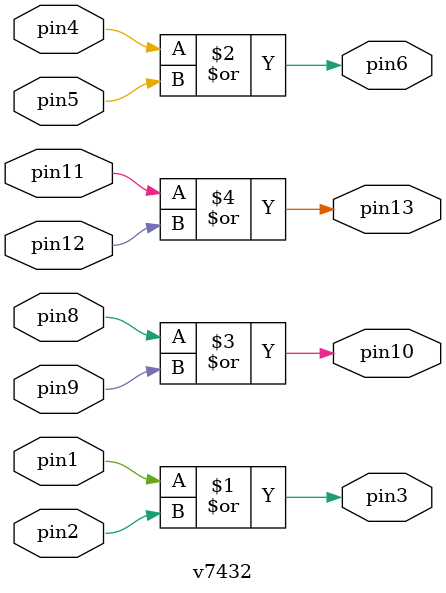
<source format=sv>
`timescale 1ns / 1ns // `timescale time_unit/time_precision


//LEDR[0] output display

module mux2to1(x, y, s, m);
    	input logic x;
	input logic y;
	input logic s; 
    	output logic m;

	logic c1; 	
	logic c2; 
	logic c3; 
	logic c4; 

	//expression !s
	v7404 u2(
	.pin1(s), // s input 
	.pin2(c1) //receive output 
	);

	//expression x*!s
	v7408 u1(
	.pin1(x),
	.pin2(c1),
	.pin3(c2),//testing output for the AND
	.pin4(s),
	.pin5(y),
	.pin6(c3)
	);


	//expression s*y

	v7408 u3(
	.pin1(s),//s input
	.pin2(y),//y input 
	.pin3(c3)//testing output for the AND
	);

	v7432 u4(
	.pin1(c2),//!s input
	.pin2(c3),//y input 
	.pin3(c4)//testing output for the AND
	);

	assign m = c4; 

endmodule

//create inverter 
module v7404(pin1, pin3, pin5, pin9, pin11, pin13, pin2, pin4, pin6, pin8, pin10, pin12);
	input logic pin1; 
	input logic pin3; 
	input logic pin5; 
	input logic pin9; 
	input logic pin11; 
	input logic pin13; 
	output logic pin2; 
	output logic pin4; 
	output logic pin6;
	output logic pin12;
	output logic pin10; 
	output logic pin8; 
	
	assign pin8 = ~pin9; 
	assign pin10 = ~pin11; 
	assign pin12 = ~pin13; 
	assign pin2 = ~pin1; 
	assign pin4 = ~pin3; 
	assign pin6 = ~pin5; 

endmodule 

//create four 2-input AND gates 
module v7408(pin1, pin3, pin5, pin9, pin11, pin13, pin2, pin4, pin6, pin8,
pin10, pin12);
	input logic pin1; 
	input logic pin2; 
	input logic pin4; 
	input logic pin5; 
	input logic pin8; 
	input logic pin9;
	input logic pin11; 
	input logic pin12; 
	output logic pin3;
	output logic pin6;
	output logic pin10; 
	output logic pin13;  

	assign pin3 = pin1 & pin2; 
	assign pin6 = pin4 & pin5; 
	assign pin10 = pin8 & pin9; 
	assign pin13 = pin11 & pin12; 

endmodule 

module v7432(pin1, pin3, pin5, pin9, pin11, pin13, pin2, pin4, pin6, pin8,
pin10, pin12);
	input logic pin1; 
	input logic pin2; 
	input logic pin4; 
	input logic pin5; 
	input logic pin8; 
	input logic pin9;
	input logic pin11; 
	input logic pin12; 
	output logic pin3;
	output logic pin6;
	output logic pin10; 
	output logic pin13;  

	assign pin3 = pin1 | pin2; 
	assign pin6 = pin4 | pin5; 
	assign pin10 = pin8 | pin9; 
	assign pin13 = pin11 | pin12; 

endmodule 



</source>
